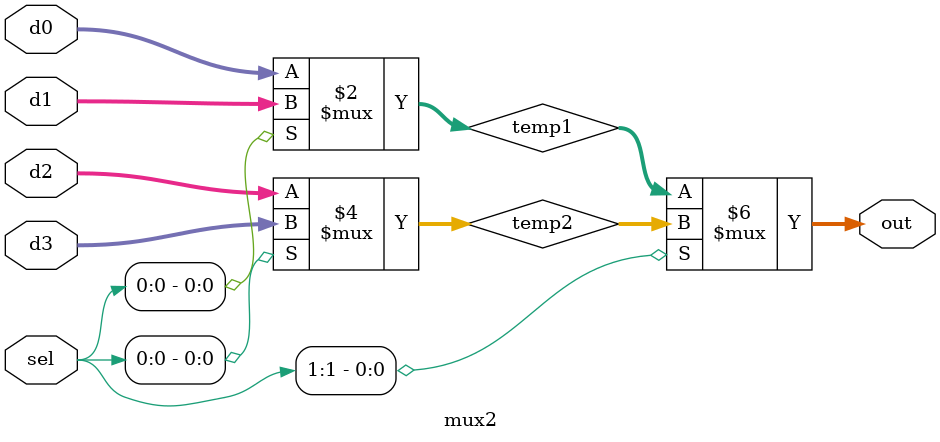
<source format=v>
`timescale 1ns / 1ps
module mux #(parameter WIDTH = 32)(
    input sel,
    input [WIDTH-1:0] d0,
    input [WIDTH-1:0] d1,
    output [WIDTH-1:0] out
    );
	assign out = (sel == 1'b1 ? d1 : d0);
endmodule


module mux2 #(parameter WIDTH = 32)(
    input [1:0] sel,
    input [WIDTH-1:0] d0,
    input [WIDTH-1:0] d1,
    input [WIDTH-1:0] d2,
    input [WIDTH-1:0] d3,
    output [WIDTH-1:0] out
    );
    wire [WIDTH-1:0] temp1,temp2;

assign temp1 = (sel[0] == 1'b1 ? d1 : d0);
assign temp2= (sel[0] == 1'b1 ? d3 : d2);
assign out = (sel[1] == 1'b1 ? temp2 : temp1);
endmodule

</source>
